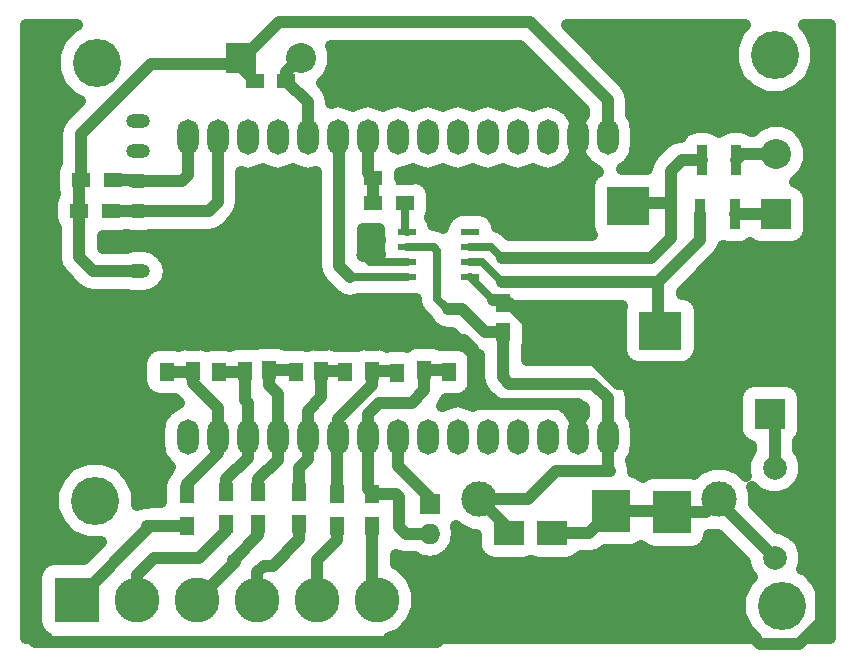
<source format=gbr>
G04 #@! TF.FileFunction,Copper,L2,Bot,Signal*
%FSLAX46Y46*%
G04 Gerber Fmt 4.6, Leading zero omitted, Abs format (unit mm)*
G04 Created by KiCad (PCBNEW 4.0.6) date Wednesday, 03 November 2021 'AMt' 08:45:07*
%MOMM*%
%LPD*%
G01*
G04 APERTURE LIST*
%ADD10C,0.100000*%
%ADD11R,1.250000X1.500000*%
%ADD12R,2.500000X2.000000*%
%ADD13R,3.600000X3.200000*%
%ADD14R,3.200000X3.600000*%
%ADD15R,2.540000X2.540000*%
%ADD16C,2.540000*%
%ADD17C,3.810000*%
%ADD18R,3.810000X3.810000*%
%ADD19R,1.300000X1.500000*%
%ADD20R,1.500000X1.300000*%
%ADD21R,0.900000X2.500000*%
%ADD22C,1.998980*%
%ADD23O,1.800000X3.000000*%
%ADD24O,2.000000X1.200000*%
%ADD25C,3.000000*%
%ADD26R,1.550000X0.600000*%
%ADD27C,4.064000*%
%ADD28R,1.727200X1.727200*%
%ADD29O,1.727200X1.727200*%
%ADD30C,1.200000*%
%ADD31C,1.000000*%
%ADD32C,0.700000*%
G04 APERTURE END LIST*
D10*
D11*
X15521000Y26469500D03*
X15521000Y23969500D03*
X19931000Y26519500D03*
X19931000Y24019500D03*
X22001000Y26579500D03*
X22001000Y24079500D03*
X26411000Y26469500D03*
X26411000Y23969500D03*
X30661000Y26469500D03*
X30661000Y23969500D03*
X35131000Y26579500D03*
X35131000Y24079500D03*
X41783000Y29761500D03*
X41783000Y27261500D03*
D12*
X45971000Y10299500D03*
X45971000Y6299500D03*
X42281000Y10299500D03*
X42281000Y6299500D03*
D13*
X52371000Y37959500D03*
X44171000Y37959500D03*
X55111000Y27419500D03*
X46911000Y27419500D03*
D14*
X56131000Y12019500D03*
X56131000Y3819500D03*
X50921000Y12149500D03*
X50921000Y3949500D03*
D15*
X19561000Y50479500D03*
D16*
X24641000Y50479500D03*
X29721000Y50479500D03*
D17*
X10791000Y4639500D03*
X15871000Y4639500D03*
D18*
X5711000Y4639500D03*
D17*
X20951000Y4639500D03*
X26031000Y4639500D03*
X31111000Y4639500D03*
D15*
X64391000Y20379500D03*
D16*
X64391000Y25459500D03*
D15*
X64901000Y37269500D03*
D16*
X64901000Y42349500D03*
D19*
X13341000Y26619500D03*
X13341000Y23919500D03*
X17701000Y26619500D03*
X17701000Y23919500D03*
X24231000Y26619500D03*
X24231000Y23919500D03*
X28431000Y26569500D03*
X28431000Y23869500D03*
X32841000Y26509500D03*
X32841000Y23809500D03*
X37201000Y26619500D03*
X37201000Y23919500D03*
X15021000Y13609500D03*
X15021000Y10909500D03*
X18371000Y13719500D03*
X18371000Y11019500D03*
X21081000Y13729500D03*
X21081000Y11029500D03*
X24511000Y13729500D03*
X24511000Y11029500D03*
D20*
X20751000Y48579500D03*
X23451000Y48579500D03*
D19*
X27691000Y13609500D03*
X27691000Y10909500D03*
X30731000Y13609500D03*
X30731000Y10909500D03*
D20*
X30771000Y38179500D03*
X33471000Y38179500D03*
X33481000Y40319500D03*
X30781000Y40319500D03*
D21*
X61391000Y37269500D03*
X58491000Y37269500D03*
X61521000Y41849500D03*
X58621000Y41849500D03*
D22*
X64771000Y8189500D03*
X64771000Y15809500D03*
D23*
X15081000Y43764500D03*
X15081000Y18364500D03*
X17621000Y43764500D03*
X17621000Y18364500D03*
X20161000Y43764500D03*
X20161000Y18364500D03*
X22701000Y43764500D03*
X22701000Y18364500D03*
X25241000Y43764500D03*
X25241000Y18364500D03*
X27781000Y43764500D03*
X27781000Y18364500D03*
X30321000Y43764500D03*
X30321000Y18364500D03*
X32861000Y43764500D03*
X32861000Y18364500D03*
X35401000Y43764500D03*
X35401000Y18364500D03*
X37941000Y43764500D03*
X37941000Y18364500D03*
X40481000Y43764500D03*
X40481000Y18364500D03*
X43021000Y43764500D03*
X43021000Y18364500D03*
X45561000Y43764500D03*
X45561000Y18364500D03*
X48101000Y43764500D03*
X48101000Y18364500D03*
X50641000Y43764500D03*
X50641000Y18364500D03*
D24*
X10921000Y32449500D03*
X10921000Y34989500D03*
X10921000Y37529500D03*
X10921000Y40069500D03*
X10921000Y42609500D03*
X10921000Y45149500D03*
D25*
X39751000Y2979500D03*
X60071000Y13139500D03*
X39751000Y13139500D03*
X59911000Y3059500D03*
D26*
X33621000Y31944500D03*
X33621000Y33214500D03*
X33621000Y34484500D03*
X33621000Y35754500D03*
X39021000Y35754500D03*
X39021000Y34484500D03*
X39021000Y33214500D03*
X39021000Y31944500D03*
D27*
X7371000Y50099500D03*
X64771000Y50739500D03*
X65401000Y4129500D03*
X7241000Y13019500D03*
D28*
X35561000Y12759500D03*
D29*
X35561000Y10219500D03*
D20*
X5901000Y37569500D03*
X8601000Y37569500D03*
X6021000Y40139500D03*
X8721000Y40139500D03*
D30*
X46609000Y48069500D03*
X52451000Y48069500D03*
X29941000Y33829500D03*
X29941000Y29019500D03*
D31*
X39751000Y2979500D02*
X38095000Y2979500D01*
X1651000Y18859500D02*
X9411000Y26619500D01*
X1651000Y1587500D02*
X1651000Y18859500D01*
X2159000Y1079500D02*
X1651000Y1587500D01*
X36195000Y1079500D02*
X2159000Y1079500D01*
X38095000Y2979500D02*
X36195000Y1079500D01*
X55507000Y47823500D02*
X52697000Y47823500D01*
X52451000Y48069500D02*
X52697000Y47823500D01*
X29721000Y50479500D02*
X44199000Y50479500D01*
X44199000Y50479500D02*
X46609000Y48069500D01*
X48101000Y46577500D02*
X48101000Y43764500D01*
X46609000Y48069500D02*
X48101000Y46577500D01*
X46911000Y27419500D02*
X47028324Y27419500D01*
X47028324Y27419500D02*
X51524324Y22923500D01*
X64391000Y25459500D02*
X61331000Y25459500D01*
X61083000Y25459500D02*
X61331000Y25459500D01*
X58547000Y22923500D02*
X61083000Y25459500D01*
X51524324Y22923500D02*
X58547000Y22923500D01*
X41783000Y29761500D02*
X42311000Y29761500D01*
X42311000Y29761500D02*
X44653000Y27419500D01*
X44653000Y27419500D02*
X46911000Y27419500D01*
X40975500Y29990000D02*
X41554500Y29990000D01*
X41554500Y29990000D02*
X41783000Y29761500D01*
X37201000Y26619500D02*
X38441000Y26619500D01*
X48101000Y21159500D02*
X48101000Y18364500D01*
X48051000Y21209500D02*
X48101000Y21159500D01*
X39431000Y21209500D02*
X48051000Y21209500D01*
X39201000Y21439500D02*
X39431000Y21209500D01*
X39201000Y25859500D02*
X39201000Y21439500D01*
X38441000Y26619500D02*
X39201000Y25859500D01*
D32*
X41101000Y29864500D02*
X40975500Y29990000D01*
X40975500Y29990000D02*
X39021000Y31944500D01*
D31*
X59911000Y3059500D02*
X61381000Y3059500D01*
X61381000Y3059500D02*
X63581000Y859500D01*
X66861000Y25459500D02*
X64391000Y25459500D01*
X68671000Y23649500D02*
X66861000Y25459500D01*
X68671000Y2709500D02*
X68671000Y23649500D01*
X66821000Y859500D02*
X68671000Y2709500D01*
X63581000Y859500D02*
X66821000Y859500D01*
X64391000Y25459500D02*
X64391000Y26309500D01*
X64391000Y26309500D02*
X69111000Y31029500D01*
X56881000Y46449500D02*
X55507000Y47823500D01*
X55507000Y47823500D02*
X55481000Y47849500D01*
X68271000Y46449500D02*
X56881000Y46449500D01*
X69111000Y45609500D02*
X68271000Y46449500D01*
X69111000Y31029500D02*
X69111000Y45609500D01*
X13341000Y26619500D02*
X9411000Y26619500D01*
X42281000Y6299500D02*
X42281000Y5509500D01*
X42281000Y5509500D02*
X39751000Y2979500D01*
X45971000Y6299500D02*
X42281000Y6299500D01*
X50921000Y3949500D02*
X48321000Y3949500D01*
X48321000Y3949500D02*
X45971000Y6299500D01*
X56131000Y3819500D02*
X51051000Y3819500D01*
X51051000Y3819500D02*
X50921000Y3949500D01*
X59911000Y3059500D02*
X56891000Y3059500D01*
X56891000Y3059500D02*
X56131000Y3819500D01*
X30611000Y26519500D02*
X30611000Y28349500D01*
D32*
X30556000Y33214500D02*
X29941000Y33829500D01*
D31*
X29941000Y29019500D02*
X30611000Y28349500D01*
D32*
X30556000Y33214500D02*
X33621000Y33214500D01*
D31*
X30611000Y26519500D02*
X30661000Y26469500D01*
X13291000Y26669500D02*
X13291000Y28739500D01*
X13291000Y28739500D02*
X14291000Y29739500D01*
X14291000Y29739500D02*
X14291000Y34059500D01*
X14291000Y34059500D02*
X13361000Y34989500D01*
X13361000Y34989500D02*
X10921000Y34989500D01*
X13291000Y26669500D02*
X13341000Y26619500D01*
X15521000Y26469500D02*
X13491000Y26469500D01*
X13491000Y26469500D02*
X13341000Y26619500D01*
X17701000Y26619500D02*
X15671000Y26619500D01*
X15671000Y26619500D02*
X15521000Y26469500D01*
X19931000Y26519500D02*
X17801000Y26519500D01*
X17801000Y26519500D02*
X17701000Y26619500D01*
X22001000Y26579500D02*
X19991000Y26579500D01*
X19991000Y26579500D02*
X19931000Y26519500D01*
X24231000Y26619500D02*
X22041000Y26619500D01*
X22041000Y26619500D02*
X22001000Y26579500D01*
X26411000Y26469500D02*
X24381000Y26469500D01*
X24381000Y26469500D02*
X24231000Y26619500D01*
X28431000Y26569500D02*
X26511000Y26569500D01*
X26511000Y26569500D02*
X26411000Y26469500D01*
X30661000Y26469500D02*
X28531000Y26469500D01*
X28531000Y26469500D02*
X28431000Y26569500D01*
X32841000Y26509500D02*
X30701000Y26509500D01*
X30701000Y26509500D02*
X30661000Y26469500D01*
X35131000Y26579500D02*
X32911000Y26579500D01*
X32911000Y26579500D02*
X32841000Y26509500D01*
X37201000Y26619500D02*
X35171000Y26619500D01*
X35171000Y26619500D02*
X35131000Y26579500D01*
X44171000Y37959500D02*
X45141000Y37959500D01*
X45141000Y37959500D02*
X48101000Y40919500D01*
X48101000Y40919500D02*
X48101000Y43764500D01*
X33481000Y40319500D02*
X41811000Y40319500D01*
X41811000Y40319500D02*
X44171000Y37959500D01*
X15021000Y13609500D02*
X15021000Y14429500D01*
X15021000Y14429500D02*
X17621000Y17029500D01*
X17621000Y17029500D02*
X17621000Y18364500D01*
X15521000Y23969500D02*
X15521000Y22939500D01*
X17621000Y20839500D02*
X17621000Y18364500D01*
X15521000Y22939500D02*
X17621000Y20839500D01*
X13341000Y23919500D02*
X15471000Y23919500D01*
X15471000Y23919500D02*
X15521000Y23969500D01*
X18371000Y13719500D02*
X18371000Y14819500D01*
X20161000Y16609500D02*
X20161000Y18364500D01*
X18371000Y14819500D02*
X20161000Y16609500D01*
X20161000Y18364500D02*
X20161000Y21309500D01*
X19931000Y21539500D02*
X19931000Y24019500D01*
X20161000Y21309500D02*
X19931000Y21539500D01*
X17701000Y23919500D02*
X19831000Y23919500D01*
X19831000Y23919500D02*
X19931000Y24019500D01*
X21081000Y13729500D02*
X21081000Y14849500D01*
X22701000Y16469500D02*
X22701000Y18364500D01*
X21081000Y14849500D02*
X22701000Y16469500D01*
X22701000Y18364500D02*
X22701000Y22019500D01*
X22001000Y22819500D02*
X22751000Y22069500D01*
X22001000Y22819500D02*
X22001000Y24079500D01*
X22701000Y22019500D02*
X22751000Y22069500D01*
X22001000Y24079500D02*
X24071000Y24079500D01*
X24071000Y24079500D02*
X24231000Y23919500D01*
X24511000Y13729500D02*
X24511000Y15819500D01*
X25241000Y16549500D02*
X25241000Y18364500D01*
X24511000Y15819500D02*
X25241000Y16549500D01*
X25241000Y18364500D02*
X25241000Y20629500D01*
X26411000Y21799500D02*
X26411000Y23969500D01*
X25241000Y20629500D02*
X26411000Y21799500D01*
X26411000Y23969500D02*
X26411000Y22919500D01*
X26411000Y23969500D02*
X28331000Y23969500D01*
X28331000Y23969500D02*
X28431000Y23869500D01*
X27691000Y13609500D02*
X27691000Y18274500D01*
X27691000Y18274500D02*
X27781000Y18364500D01*
X27781000Y18364500D02*
X27781000Y19920824D01*
X30661000Y22800824D02*
X30661000Y23969500D01*
X27781000Y19920824D02*
X30661000Y22800824D01*
X30661000Y23969500D02*
X30661000Y23089500D01*
X27781000Y19369500D02*
X27781000Y18364500D01*
X30661000Y23969500D02*
X32681000Y23969500D01*
X32681000Y23969500D02*
X32841000Y23809500D01*
X41783000Y27261500D02*
X41783000Y23471502D01*
X50641000Y20329500D02*
X50641000Y18364500D01*
X50641000Y21685500D02*
X50641000Y20329500D01*
X49403000Y22923500D02*
X50641000Y21685500D01*
X42331002Y22923500D02*
X49403000Y22923500D01*
X41783000Y23471502D02*
X42331002Y22923500D01*
X37149000Y29211500D02*
X38289000Y29211500D01*
X40239000Y27261500D02*
X41783000Y27261500D01*
X38289000Y29211500D02*
X40239000Y27261500D01*
D32*
X36231000Y34159500D02*
X36231000Y30129500D01*
X33621000Y34484500D02*
X35906000Y34484500D01*
X36231000Y34159500D02*
X35906000Y34484500D01*
X36231000Y30129500D02*
X37149000Y29211500D01*
X37149000Y29211500D02*
X37151000Y29209500D01*
D31*
X39751000Y13139500D02*
X43901000Y13139500D01*
X43901000Y13139500D02*
X46311000Y15549500D01*
X46311000Y15549500D02*
X50831000Y15549500D01*
X50831000Y15549500D02*
X50641000Y15739500D01*
X50641000Y15739500D02*
X50641000Y18364500D01*
X42281000Y10299500D02*
X42281000Y10609500D01*
X42281000Y10609500D02*
X39751000Y13139500D01*
X60071000Y13139500D02*
X60071000Y12889500D01*
X60071000Y12889500D02*
X64771000Y8189500D01*
X56131000Y12019500D02*
X58951000Y12019500D01*
X58951000Y12019500D02*
X60071000Y13139500D01*
X50921000Y12149500D02*
X56001000Y12149500D01*
X56001000Y12149500D02*
X56131000Y12019500D01*
X45971000Y10299500D02*
X49071000Y10299500D01*
X49071000Y10299500D02*
X50921000Y12149500D01*
X55981000Y38239500D02*
X52651000Y38239500D01*
X52651000Y38239500D02*
X52371000Y37959500D01*
X42511000Y33549500D02*
X54311000Y33549500D01*
X56911000Y41849500D02*
X58621000Y41849500D01*
X55981000Y40919500D02*
X56911000Y41849500D01*
X55981000Y35219500D02*
X55981000Y38239500D01*
X55981000Y38239500D02*
X55981000Y40919500D01*
X54311000Y33549500D02*
X55981000Y35219500D01*
D32*
X39021000Y34484500D02*
X40736000Y34484500D01*
D31*
X41671000Y33549500D02*
X42511000Y33549500D01*
X42511000Y33549500D02*
X42791000Y33549500D01*
D32*
X40736000Y34484500D02*
X41671000Y33549500D01*
D31*
X54911000Y31529500D02*
X54911000Y27619500D01*
X54911000Y27619500D02*
X55111000Y27419500D01*
X42631000Y31529500D02*
X52911000Y31529500D01*
X52911000Y31529500D02*
X54911000Y31529500D01*
X58491000Y35109500D02*
X58491000Y37269500D01*
X54911000Y31529500D02*
X58491000Y35109500D01*
D32*
X39021000Y33214500D02*
X40046000Y33214500D01*
D31*
X41731000Y31529500D02*
X42631000Y31529500D01*
X42631000Y31529500D02*
X42681000Y31529500D01*
D32*
X40046000Y33214500D02*
X41731000Y31529500D01*
D31*
X35561000Y12759500D02*
X35561000Y13229500D01*
X35561000Y13229500D02*
X32861000Y15929500D01*
X32861000Y15929500D02*
X32861000Y18364500D01*
X19561000Y50479500D02*
X19741000Y50479500D01*
X19741000Y50479500D02*
X22801000Y53539500D01*
X50641000Y46939500D02*
X50641000Y43764500D01*
X44041000Y53539500D02*
X50641000Y46939500D01*
X22801000Y53539500D02*
X44041000Y53539500D01*
X19561000Y50479500D02*
X19561000Y49769500D01*
X19561000Y49769500D02*
X20751000Y48579500D01*
X6021000Y40139500D02*
X6021000Y44049500D01*
X11941000Y49969500D02*
X19051000Y49969500D01*
X6021000Y44049500D02*
X11941000Y49969500D01*
X19051000Y49969500D02*
X19561000Y50479500D01*
X5901000Y37569500D02*
X5901000Y40019500D01*
X5901000Y40019500D02*
X6021000Y40139500D01*
X10921000Y32449500D02*
X7061000Y32449500D01*
X5901000Y33609500D02*
X5901000Y37569500D01*
X7061000Y32449500D02*
X5901000Y33609500D01*
X23451000Y48579500D02*
X23451000Y49289500D01*
X23451000Y49289500D02*
X24641000Y50479500D01*
X25241000Y43764500D02*
X25241000Y46789500D01*
X25241000Y46789500D02*
X23451000Y48579500D01*
X18371000Y11019500D02*
X18371000Y10459500D01*
X18371000Y10459500D02*
X16031000Y8119500D01*
X16031000Y8119500D02*
X12221000Y8119500D01*
X12221000Y8119500D02*
X10791000Y6689500D01*
X10791000Y6689500D02*
X10791000Y4639500D01*
X19071000Y8089500D02*
X19071000Y7839500D01*
X19071000Y7839500D02*
X15871000Y4639500D01*
X21081000Y11029500D02*
X21081000Y10099500D01*
X21081000Y10099500D02*
X19071000Y8089500D01*
X19071000Y8089500D02*
X18931000Y7949500D01*
X15021000Y10909500D02*
X11981000Y10909500D01*
X11671000Y10599500D02*
X5711000Y4639500D01*
X11671000Y10849500D02*
X11671000Y10599500D01*
X11921000Y10849500D02*
X11671000Y10849500D01*
X11981000Y10909500D02*
X11921000Y10849500D01*
X24511000Y11029500D02*
X24511000Y9729500D01*
X20951000Y6949500D02*
X20951000Y4639500D01*
X21511000Y7509500D02*
X20951000Y6949500D01*
X22291000Y7509500D02*
X21511000Y7509500D01*
X24511000Y9729500D02*
X22291000Y7509500D01*
X27691000Y10909500D02*
X27691000Y9669500D01*
X26031000Y8009500D02*
X26031000Y4639500D01*
X27691000Y9669500D02*
X26031000Y8009500D01*
X30731000Y10909500D02*
X30731000Y5019500D01*
X30731000Y5019500D02*
X31111000Y4639500D01*
X64771000Y15809500D02*
X64771000Y19999500D01*
X64771000Y19999500D02*
X64391000Y20379500D01*
X61391000Y37269500D02*
X64901000Y37269500D01*
X64901000Y42349500D02*
X62021000Y42349500D01*
X62021000Y42349500D02*
X61521000Y41849500D01*
X35561000Y10219500D02*
X33611000Y10219500D01*
X32721000Y13609500D02*
X30731000Y13609500D01*
X33011000Y13319500D02*
X32721000Y13609500D01*
X33011000Y10819500D02*
X33011000Y13319500D01*
X33611000Y10219500D02*
X33011000Y10819500D01*
X30321000Y18364500D02*
X30321000Y14019500D01*
X30321000Y14019500D02*
X30731000Y13609500D01*
X30321000Y18364500D02*
X30321000Y20339500D01*
X35131000Y22369500D02*
X35131000Y24079500D01*
X34071000Y21309500D02*
X35131000Y22369500D01*
X31291000Y21309500D02*
X34071000Y21309500D01*
X30321000Y20339500D02*
X31291000Y21309500D01*
X35131000Y24079500D02*
X37041000Y24079500D01*
X37041000Y24079500D02*
X37201000Y23919500D01*
X30781000Y40319500D02*
X30781000Y38189500D01*
D32*
X30781000Y38189500D02*
X30771000Y38179500D01*
D31*
X30321000Y43764500D02*
X30321000Y40779500D01*
D32*
X30321000Y40779500D02*
X30781000Y40319500D01*
X33471000Y38179500D02*
X33471000Y35904500D01*
X33471000Y35904500D02*
X33621000Y35754500D01*
D31*
X10921000Y40069500D02*
X14581000Y40069500D01*
X15081000Y40569500D02*
X15081000Y43764500D01*
X14581000Y40069500D02*
X15081000Y40569500D01*
X8721000Y40139500D02*
X10851000Y40139500D01*
X10851000Y40139500D02*
X10921000Y40069500D01*
X10921000Y37529500D02*
X16881000Y37529500D01*
X17621000Y38269500D02*
X17621000Y43764500D01*
X16881000Y37529500D02*
X17621000Y38269500D01*
X8601000Y37569500D02*
X10881000Y37569500D01*
X10881000Y37569500D02*
X10921000Y37529500D01*
D32*
X33621000Y31944500D02*
X28856000Y31944500D01*
D31*
X27931000Y32869500D02*
X27931000Y43614500D01*
X28856000Y31944500D02*
X27931000Y32869500D01*
D32*
X27931000Y43614500D02*
X27781000Y43764500D01*
D31*
G36*
X38049418Y10597707D02*
X39151645Y10140022D01*
X39501614Y10139717D01*
X39501614Y9299500D01*
X39606207Y8743633D01*
X39934724Y8233104D01*
X40435983Y7890608D01*
X41031000Y7770114D01*
X43531000Y7770114D01*
X44086867Y7874707D01*
X44118996Y7895382D01*
X44125983Y7890608D01*
X44721000Y7770114D01*
X47221000Y7770114D01*
X47776867Y7874707D01*
X48287396Y8203224D01*
X48353179Y8299500D01*
X49070995Y8299500D01*
X49071000Y8299499D01*
X49836367Y8451741D01*
X50387677Y8820114D01*
X52521000Y8820114D01*
X53076867Y8924707D01*
X53433869Y9154432D01*
X53434724Y9153104D01*
X53935983Y8810608D01*
X54531000Y8690114D01*
X57731000Y8690114D01*
X58286867Y8794707D01*
X58797396Y9123224D01*
X59139892Y9624483D01*
X59231170Y10075229D01*
X59556534Y10139948D01*
X59992505Y10139568D01*
X62271222Y7860851D01*
X62271077Y7694502D01*
X62650800Y6775502D01*
X62851178Y6574774D01*
X62408462Y6132830D01*
X61869614Y4835140D01*
X61868388Y3430024D01*
X62404970Y2131396D01*
X63175520Y1359500D01*
X32089276Y1359500D01*
X33037258Y1751198D01*
X33995935Y2708204D01*
X34515408Y3959232D01*
X34516590Y5313825D01*
X33999302Y6565758D01*
X33042296Y7524435D01*
X32731000Y7653697D01*
X32731000Y8448336D01*
X32845633Y8371741D01*
X33611000Y8219499D01*
X33611005Y8219500D01*
X34312288Y8219500D01*
X34656489Y7989512D01*
X35561000Y7809594D01*
X36465511Y7989512D01*
X37232318Y8501876D01*
X37744682Y9268683D01*
X37924600Y10173194D01*
X37924600Y10265806D01*
X37811092Y10836449D01*
X38049418Y10597707D01*
X38049418Y10597707D01*
G37*
X38049418Y10597707D02*
X39151645Y10140022D01*
X39501614Y10139717D01*
X39501614Y9299500D01*
X39606207Y8743633D01*
X39934724Y8233104D01*
X40435983Y7890608D01*
X41031000Y7770114D01*
X43531000Y7770114D01*
X44086867Y7874707D01*
X44118996Y7895382D01*
X44125983Y7890608D01*
X44721000Y7770114D01*
X47221000Y7770114D01*
X47776867Y7874707D01*
X48287396Y8203224D01*
X48353179Y8299500D01*
X49070995Y8299500D01*
X49071000Y8299499D01*
X49836367Y8451741D01*
X50387677Y8820114D01*
X52521000Y8820114D01*
X53076867Y8924707D01*
X53433869Y9154432D01*
X53434724Y9153104D01*
X53935983Y8810608D01*
X54531000Y8690114D01*
X57731000Y8690114D01*
X58286867Y8794707D01*
X58797396Y9123224D01*
X59139892Y9624483D01*
X59231170Y10075229D01*
X59556534Y10139948D01*
X59992505Y10139568D01*
X62271222Y7860851D01*
X62271077Y7694502D01*
X62650800Y6775502D01*
X62851178Y6574774D01*
X62408462Y6132830D01*
X61869614Y4835140D01*
X61868388Y3430024D01*
X62404970Y2131396D01*
X63175520Y1359500D01*
X32089276Y1359500D01*
X33037258Y1751198D01*
X33995935Y2708204D01*
X34515408Y3959232D01*
X34516590Y5313825D01*
X33999302Y6565758D01*
X33042296Y7524435D01*
X32731000Y7653697D01*
X32731000Y8448336D01*
X32845633Y8371741D01*
X33611000Y8219499D01*
X33611005Y8219500D01*
X34312288Y8219500D01*
X34656489Y7989512D01*
X35561000Y7809594D01*
X36465511Y7989512D01*
X37232318Y8501876D01*
X37744682Y9268683D01*
X37924600Y10173194D01*
X37924600Y10265806D01*
X37811092Y10836449D01*
X38049418Y10597707D01*
G36*
X61778462Y52742830D02*
X61239614Y51445140D01*
X61238388Y50040024D01*
X61774970Y48741396D01*
X62767670Y47746962D01*
X64065360Y47208114D01*
X65470476Y47206888D01*
X66769104Y47743470D01*
X67763538Y48736170D01*
X68302386Y50033860D01*
X68303612Y51438976D01*
X67767030Y52737604D01*
X67256027Y53249500D01*
X69441000Y53249500D01*
X69441000Y1359500D01*
X67625529Y1359500D01*
X68393538Y2126170D01*
X68932386Y3423860D01*
X68933612Y4828976D01*
X68397030Y6127604D01*
X67404330Y7122038D01*
X67088598Y7253141D01*
X67270055Y7690139D01*
X67270923Y8684498D01*
X66891200Y9603498D01*
X66188696Y10307229D01*
X65270361Y10688555D01*
X65100224Y10688704D01*
X63070633Y12718294D01*
X63071519Y13733619D01*
X62902016Y14143847D01*
X63353304Y13691771D01*
X64271639Y13310445D01*
X65265998Y13309577D01*
X66184998Y13689300D01*
X66888729Y14391804D01*
X67270055Y15310139D01*
X67270923Y16304498D01*
X66891200Y17223498D01*
X66771000Y17343908D01*
X66771000Y18077041D01*
X67069892Y18514483D01*
X67190386Y19109500D01*
X67190386Y21649500D01*
X67085793Y22205367D01*
X66757276Y22715896D01*
X66256017Y23058392D01*
X65661000Y23178886D01*
X63121000Y23178886D01*
X62565133Y23074293D01*
X62054604Y22745776D01*
X61712108Y22244517D01*
X61591614Y21649500D01*
X61591614Y19109500D01*
X61696207Y18553633D01*
X62024724Y18043104D01*
X62525983Y17700608D01*
X62771000Y17650991D01*
X62771000Y17344720D01*
X62653271Y17227196D01*
X62271945Y16308861D01*
X62271077Y15314502D01*
X62364542Y15088299D01*
X61772582Y15681293D01*
X60670355Y16138978D01*
X59476881Y16140019D01*
X58373857Y15684259D01*
X57986141Y15297219D01*
X57731000Y15348886D01*
X54531000Y15348886D01*
X53975133Y15244293D01*
X53618131Y15014568D01*
X53617276Y15015896D01*
X53116017Y15358392D01*
X52805495Y15421274D01*
X52831001Y15549500D01*
X52686240Y16277259D01*
X52678759Y16314867D01*
X52641000Y16371377D01*
X52641000Y16462058D01*
X52858311Y16787287D01*
X53041000Y17705727D01*
X53041000Y19023273D01*
X52858311Y19941713D01*
X52641000Y20266942D01*
X52641000Y21685500D01*
X52488759Y22450867D01*
X52055214Y23099714D01*
X52055211Y23099716D01*
X50817214Y24337714D01*
X50168367Y24771259D01*
X49403000Y24923501D01*
X49402995Y24923500D01*
X43783000Y24923500D01*
X43783000Y25866880D01*
X43816892Y25916483D01*
X43937386Y26511500D01*
X43937386Y28011500D01*
X43832793Y28567367D01*
X43504276Y29077896D01*
X43003017Y29420392D01*
X42464226Y29529500D01*
X51884892Y29529500D01*
X51781614Y29019500D01*
X51781614Y25819500D01*
X51886207Y25263633D01*
X52214724Y24753104D01*
X52715983Y24410608D01*
X53311000Y24290114D01*
X56911000Y24290114D01*
X57466867Y24394707D01*
X57977396Y24723224D01*
X58319892Y25224483D01*
X58440386Y25819500D01*
X58440386Y29019500D01*
X58335793Y29575367D01*
X58007276Y30085896D01*
X57506017Y30428392D01*
X56911000Y30548886D01*
X56911000Y30701072D01*
X59905211Y33695284D01*
X59905214Y33695286D01*
X60338759Y34344133D01*
X60388601Y34594707D01*
X60389992Y34601696D01*
X60941000Y34490114D01*
X61841000Y34490114D01*
X62396867Y34594707D01*
X62722919Y34804516D01*
X63035983Y34590608D01*
X63631000Y34470114D01*
X66171000Y34470114D01*
X66726867Y34574707D01*
X67237396Y34903224D01*
X67579892Y35404483D01*
X67700386Y35999500D01*
X67700386Y38539500D01*
X67595793Y39095367D01*
X67267276Y39605896D01*
X66766017Y39948392D01*
X66475439Y40007236D01*
X67247923Y40778372D01*
X67670519Y41796096D01*
X67671480Y42898070D01*
X67250661Y43916529D01*
X66472128Y44696423D01*
X65454404Y45119019D01*
X64352430Y45119980D01*
X63333971Y44699161D01*
X62983699Y44349500D01*
X62798563Y44349500D01*
X62566017Y44508392D01*
X61971000Y44628886D01*
X61071000Y44628886D01*
X60515133Y44524293D01*
X60065858Y44235192D01*
X59666017Y44508392D01*
X59071000Y44628886D01*
X58171000Y44628886D01*
X57615133Y44524293D01*
X57104604Y44195776D01*
X56861241Y43839603D01*
X56272616Y43722518D01*
X56145633Y43697259D01*
X55496786Y43263714D01*
X55496784Y43263711D01*
X54566786Y42333714D01*
X54133241Y41684867D01*
X54014692Y41088886D01*
X51859464Y41088886D01*
X52338056Y41408671D01*
X52858311Y42187287D01*
X53041000Y43105727D01*
X53041000Y44423273D01*
X52858311Y45341713D01*
X52641000Y45666942D01*
X52641000Y46939495D01*
X52641001Y46939500D01*
X52488759Y47704866D01*
X52488759Y47704867D01*
X52055214Y48353714D01*
X52055211Y48353716D01*
X47159428Y53249500D01*
X62286017Y53249500D01*
X61778462Y52742830D01*
X61778462Y52742830D01*
G37*
X61778462Y52742830D02*
X61239614Y51445140D01*
X61238388Y50040024D01*
X61774970Y48741396D01*
X62767670Y47746962D01*
X64065360Y47208114D01*
X65470476Y47206888D01*
X66769104Y47743470D01*
X67763538Y48736170D01*
X68302386Y50033860D01*
X68303612Y51438976D01*
X67767030Y52737604D01*
X67256027Y53249500D01*
X69441000Y53249500D01*
X69441000Y1359500D01*
X67625529Y1359500D01*
X68393538Y2126170D01*
X68932386Y3423860D01*
X68933612Y4828976D01*
X68397030Y6127604D01*
X67404330Y7122038D01*
X67088598Y7253141D01*
X67270055Y7690139D01*
X67270923Y8684498D01*
X66891200Y9603498D01*
X66188696Y10307229D01*
X65270361Y10688555D01*
X65100224Y10688704D01*
X63070633Y12718294D01*
X63071519Y13733619D01*
X62902016Y14143847D01*
X63353304Y13691771D01*
X64271639Y13310445D01*
X65265998Y13309577D01*
X66184998Y13689300D01*
X66888729Y14391804D01*
X67270055Y15310139D01*
X67270923Y16304498D01*
X66891200Y17223498D01*
X66771000Y17343908D01*
X66771000Y18077041D01*
X67069892Y18514483D01*
X67190386Y19109500D01*
X67190386Y21649500D01*
X67085793Y22205367D01*
X66757276Y22715896D01*
X66256017Y23058392D01*
X65661000Y23178886D01*
X63121000Y23178886D01*
X62565133Y23074293D01*
X62054604Y22745776D01*
X61712108Y22244517D01*
X61591614Y21649500D01*
X61591614Y19109500D01*
X61696207Y18553633D01*
X62024724Y18043104D01*
X62525983Y17700608D01*
X62771000Y17650991D01*
X62771000Y17344720D01*
X62653271Y17227196D01*
X62271945Y16308861D01*
X62271077Y15314502D01*
X62364542Y15088299D01*
X61772582Y15681293D01*
X60670355Y16138978D01*
X59476881Y16140019D01*
X58373857Y15684259D01*
X57986141Y15297219D01*
X57731000Y15348886D01*
X54531000Y15348886D01*
X53975133Y15244293D01*
X53618131Y15014568D01*
X53617276Y15015896D01*
X53116017Y15358392D01*
X52805495Y15421274D01*
X52831001Y15549500D01*
X52686240Y16277259D01*
X52678759Y16314867D01*
X52641000Y16371377D01*
X52641000Y16462058D01*
X52858311Y16787287D01*
X53041000Y17705727D01*
X53041000Y19023273D01*
X52858311Y19941713D01*
X52641000Y20266942D01*
X52641000Y21685500D01*
X52488759Y22450867D01*
X52055214Y23099714D01*
X52055211Y23099716D01*
X50817214Y24337714D01*
X50168367Y24771259D01*
X49403000Y24923501D01*
X49402995Y24923500D01*
X43783000Y24923500D01*
X43783000Y25866880D01*
X43816892Y25916483D01*
X43937386Y26511500D01*
X43937386Y28011500D01*
X43832793Y28567367D01*
X43504276Y29077896D01*
X43003017Y29420392D01*
X42464226Y29529500D01*
X51884892Y29529500D01*
X51781614Y29019500D01*
X51781614Y25819500D01*
X51886207Y25263633D01*
X52214724Y24753104D01*
X52715983Y24410608D01*
X53311000Y24290114D01*
X56911000Y24290114D01*
X57466867Y24394707D01*
X57977396Y24723224D01*
X58319892Y25224483D01*
X58440386Y25819500D01*
X58440386Y29019500D01*
X58335793Y29575367D01*
X58007276Y30085896D01*
X57506017Y30428392D01*
X56911000Y30548886D01*
X56911000Y30701072D01*
X59905211Y33695284D01*
X59905214Y33695286D01*
X60338759Y34344133D01*
X60388601Y34594707D01*
X60389992Y34601696D01*
X60941000Y34490114D01*
X61841000Y34490114D01*
X62396867Y34594707D01*
X62722919Y34804516D01*
X63035983Y34590608D01*
X63631000Y34470114D01*
X66171000Y34470114D01*
X66726867Y34574707D01*
X67237396Y34903224D01*
X67579892Y35404483D01*
X67700386Y35999500D01*
X67700386Y38539500D01*
X67595793Y39095367D01*
X67267276Y39605896D01*
X66766017Y39948392D01*
X66475439Y40007236D01*
X67247923Y40778372D01*
X67670519Y41796096D01*
X67671480Y42898070D01*
X67250661Y43916529D01*
X66472128Y44696423D01*
X65454404Y45119019D01*
X64352430Y45119980D01*
X63333971Y44699161D01*
X62983699Y44349500D01*
X62798563Y44349500D01*
X62566017Y44508392D01*
X61971000Y44628886D01*
X61071000Y44628886D01*
X60515133Y44524293D01*
X60065858Y44235192D01*
X59666017Y44508392D01*
X59071000Y44628886D01*
X58171000Y44628886D01*
X57615133Y44524293D01*
X57104604Y44195776D01*
X56861241Y43839603D01*
X56272616Y43722518D01*
X56145633Y43697259D01*
X55496786Y43263714D01*
X55496784Y43263711D01*
X54566786Y42333714D01*
X54133241Y41684867D01*
X54014692Y41088886D01*
X51859464Y41088886D01*
X52338056Y41408671D01*
X52858311Y42187287D01*
X53041000Y43105727D01*
X53041000Y44423273D01*
X52858311Y45341713D01*
X52641000Y45666942D01*
X52641000Y46939495D01*
X52641001Y46939500D01*
X52488759Y47704866D01*
X52488759Y47704867D01*
X52055214Y48353714D01*
X52055211Y48353716D01*
X47159428Y53249500D01*
X62286017Y53249500D01*
X61778462Y52742830D01*
G36*
X5372896Y53095530D02*
X4378462Y52102830D01*
X3839614Y50805140D01*
X3838388Y49400024D01*
X4374970Y48101396D01*
X5367670Y47106962D01*
X5991145Y46848073D01*
X4606786Y45463714D01*
X4173241Y44814867D01*
X4020999Y44049500D01*
X4021000Y44049495D01*
X4021000Y41617063D01*
X3862108Y41384517D01*
X3741614Y40789500D01*
X3741614Y39489500D01*
X3841303Y38959694D01*
X3742108Y38814517D01*
X3621614Y38219500D01*
X3621614Y36919500D01*
X3726207Y36363633D01*
X3901000Y36091997D01*
X3901000Y33609505D01*
X3900999Y33609500D01*
X4053241Y32844133D01*
X4486786Y32195286D01*
X5646784Y31035289D01*
X5646786Y31035286D01*
X6052596Y30764133D01*
X6295633Y30601741D01*
X7061000Y30449499D01*
X7061005Y30449500D01*
X9969288Y30449500D01*
X10472022Y30349500D01*
X11369978Y30349500D01*
X12173613Y30509353D01*
X12854902Y30964576D01*
X13310125Y31645865D01*
X13469978Y32449500D01*
X13310125Y33253135D01*
X12854902Y33934424D01*
X12173613Y34389647D01*
X11369978Y34549500D01*
X10472022Y34549500D01*
X9969288Y34449500D01*
X7901000Y34449500D01*
X7901000Y35390114D01*
X9351000Y35390114D01*
X9906867Y35494707D01*
X9962909Y35530769D01*
X10472022Y35429500D01*
X11369978Y35429500D01*
X11872712Y35529500D01*
X16880995Y35529500D01*
X16881000Y35529499D01*
X17646367Y35681741D01*
X18295214Y36115286D01*
X19035214Y36855286D01*
X19468759Y37504133D01*
X19621001Y38269500D01*
X19621000Y38269505D01*
X19621000Y40813140D01*
X20161000Y40705727D01*
X21079440Y40888416D01*
X21431000Y41123321D01*
X21782560Y40888416D01*
X22701000Y40705727D01*
X23619440Y40888416D01*
X23971000Y41123321D01*
X24322560Y40888416D01*
X25241000Y40705727D01*
X25931000Y40842976D01*
X25931000Y32869505D01*
X25930999Y32869500D01*
X26083241Y32104133D01*
X26516786Y31455286D01*
X27441787Y30530286D01*
X28090634Y30096741D01*
X28856000Y29944499D01*
X29610101Y30094500D01*
X33621000Y30094500D01*
X33724633Y30115114D01*
X34383861Y30115114D01*
X34521823Y29421535D01*
X34922852Y28821352D01*
X35307624Y28436580D01*
X35734786Y27797286D01*
X36383633Y27363741D01*
X37149000Y27211500D01*
X37460572Y27211500D01*
X38824784Y25847289D01*
X38824786Y25847286D01*
X39237169Y25571741D01*
X39473633Y25413741D01*
X39783000Y25352204D01*
X39783000Y23471507D01*
X39782999Y23471502D01*
X39935241Y22706135D01*
X40368786Y22057288D01*
X40916786Y21509289D01*
X40916788Y21509286D01*
X41284803Y21263387D01*
X40481000Y21423273D01*
X39562560Y21240584D01*
X39211000Y21005679D01*
X38859440Y21240584D01*
X37941000Y21423273D01*
X37022560Y21240584D01*
X36671000Y21005679D01*
X36607317Y21048230D01*
X36978759Y21604133D01*
X36985916Y21640114D01*
X37851000Y21640114D01*
X38406867Y21744707D01*
X38917396Y22073224D01*
X39259892Y22574483D01*
X39380386Y23169500D01*
X39380386Y24669500D01*
X39275793Y25225367D01*
X38947276Y25735896D01*
X38446017Y26078392D01*
X37851000Y26198886D01*
X36551000Y26198886D01*
X36439532Y26177912D01*
X36351017Y26238392D01*
X35756000Y26358886D01*
X34506000Y26358886D01*
X33950133Y26254293D01*
X33644711Y26057759D01*
X33491000Y26088886D01*
X32191000Y26088886D01*
X31993284Y26051683D01*
X31881017Y26128392D01*
X31286000Y26248886D01*
X30036000Y26248886D01*
X29480133Y26144293D01*
X29390021Y26086308D01*
X29081000Y26148886D01*
X27781000Y26148886D01*
X27639884Y26122333D01*
X27631017Y26128392D01*
X27036000Y26248886D01*
X25786000Y26248886D01*
X25230133Y26144293D01*
X25211092Y26132041D01*
X24881000Y26198886D01*
X23581000Y26198886D01*
X23344080Y26154307D01*
X23221017Y26238392D01*
X22626000Y26358886D01*
X21376000Y26358886D01*
X20820133Y26254293D01*
X20809618Y26247527D01*
X20556000Y26298886D01*
X19306000Y26298886D01*
X18750133Y26194293D01*
X18660021Y26136308D01*
X18351000Y26198886D01*
X17051000Y26198886D01*
X16709873Y26134699D01*
X16146000Y26248886D01*
X14896000Y26248886D01*
X14340133Y26144293D01*
X14321092Y26132041D01*
X13991000Y26198886D01*
X12691000Y26198886D01*
X12135133Y26094293D01*
X11624604Y25765776D01*
X11282108Y25264517D01*
X11161614Y24669500D01*
X11161614Y23169500D01*
X11266207Y22613633D01*
X11594724Y22103104D01*
X12095983Y21760608D01*
X12691000Y21640114D01*
X13991000Y21640114D01*
X14025698Y21646643D01*
X14106786Y21525286D01*
X14353507Y21278566D01*
X14162560Y21240584D01*
X13383944Y20720329D01*
X12863689Y19941713D01*
X12681000Y19023273D01*
X12681000Y17705727D01*
X12863689Y16787287D01*
X13383944Y16008671D01*
X13616412Y15853340D01*
X13606786Y15843714D01*
X13379986Y15504283D01*
X13304604Y15455776D01*
X12962108Y14954517D01*
X12841614Y14359500D01*
X12841614Y12909500D01*
X11981005Y12909500D01*
X11981000Y12909501D01*
X11679357Y12849500D01*
X11671000Y12849500D01*
X10905633Y12697259D01*
X10772643Y12608398D01*
X10773612Y13718976D01*
X10237030Y15017604D01*
X9244330Y16012038D01*
X7946640Y16550886D01*
X6541524Y16552112D01*
X5242896Y16015530D01*
X4248462Y15022830D01*
X3709614Y13725140D01*
X3708388Y12320024D01*
X4244970Y11021396D01*
X5237670Y10026962D01*
X6535360Y9488114D01*
X7730144Y9487072D01*
X6316958Y8073886D01*
X3806000Y8073886D01*
X3250133Y7969293D01*
X2739604Y7640776D01*
X2397108Y7139517D01*
X2276614Y6544500D01*
X2276614Y2734500D01*
X2381207Y2178633D01*
X2709724Y1668104D01*
X3161380Y1359500D01*
X1421000Y1359500D01*
X1421000Y53249500D01*
X5745532Y53249500D01*
X5372896Y53095530D01*
X5372896Y53095530D01*
G37*
X5372896Y53095530D02*
X4378462Y52102830D01*
X3839614Y50805140D01*
X3838388Y49400024D01*
X4374970Y48101396D01*
X5367670Y47106962D01*
X5991145Y46848073D01*
X4606786Y45463714D01*
X4173241Y44814867D01*
X4020999Y44049500D01*
X4021000Y44049495D01*
X4021000Y41617063D01*
X3862108Y41384517D01*
X3741614Y40789500D01*
X3741614Y39489500D01*
X3841303Y38959694D01*
X3742108Y38814517D01*
X3621614Y38219500D01*
X3621614Y36919500D01*
X3726207Y36363633D01*
X3901000Y36091997D01*
X3901000Y33609505D01*
X3900999Y33609500D01*
X4053241Y32844133D01*
X4486786Y32195286D01*
X5646784Y31035289D01*
X5646786Y31035286D01*
X6052596Y30764133D01*
X6295633Y30601741D01*
X7061000Y30449499D01*
X7061005Y30449500D01*
X9969288Y30449500D01*
X10472022Y30349500D01*
X11369978Y30349500D01*
X12173613Y30509353D01*
X12854902Y30964576D01*
X13310125Y31645865D01*
X13469978Y32449500D01*
X13310125Y33253135D01*
X12854902Y33934424D01*
X12173613Y34389647D01*
X11369978Y34549500D01*
X10472022Y34549500D01*
X9969288Y34449500D01*
X7901000Y34449500D01*
X7901000Y35390114D01*
X9351000Y35390114D01*
X9906867Y35494707D01*
X9962909Y35530769D01*
X10472022Y35429500D01*
X11369978Y35429500D01*
X11872712Y35529500D01*
X16880995Y35529500D01*
X16881000Y35529499D01*
X17646367Y35681741D01*
X18295214Y36115286D01*
X19035214Y36855286D01*
X19468759Y37504133D01*
X19621001Y38269500D01*
X19621000Y38269505D01*
X19621000Y40813140D01*
X20161000Y40705727D01*
X21079440Y40888416D01*
X21431000Y41123321D01*
X21782560Y40888416D01*
X22701000Y40705727D01*
X23619440Y40888416D01*
X23971000Y41123321D01*
X24322560Y40888416D01*
X25241000Y40705727D01*
X25931000Y40842976D01*
X25931000Y32869505D01*
X25930999Y32869500D01*
X26083241Y32104133D01*
X26516786Y31455286D01*
X27441787Y30530286D01*
X28090634Y30096741D01*
X28856000Y29944499D01*
X29610101Y30094500D01*
X33621000Y30094500D01*
X33724633Y30115114D01*
X34383861Y30115114D01*
X34521823Y29421535D01*
X34922852Y28821352D01*
X35307624Y28436580D01*
X35734786Y27797286D01*
X36383633Y27363741D01*
X37149000Y27211500D01*
X37460572Y27211500D01*
X38824784Y25847289D01*
X38824786Y25847286D01*
X39237169Y25571741D01*
X39473633Y25413741D01*
X39783000Y25352204D01*
X39783000Y23471507D01*
X39782999Y23471502D01*
X39935241Y22706135D01*
X40368786Y22057288D01*
X40916786Y21509289D01*
X40916788Y21509286D01*
X41284803Y21263387D01*
X40481000Y21423273D01*
X39562560Y21240584D01*
X39211000Y21005679D01*
X38859440Y21240584D01*
X37941000Y21423273D01*
X37022560Y21240584D01*
X36671000Y21005679D01*
X36607317Y21048230D01*
X36978759Y21604133D01*
X36985916Y21640114D01*
X37851000Y21640114D01*
X38406867Y21744707D01*
X38917396Y22073224D01*
X39259892Y22574483D01*
X39380386Y23169500D01*
X39380386Y24669500D01*
X39275793Y25225367D01*
X38947276Y25735896D01*
X38446017Y26078392D01*
X37851000Y26198886D01*
X36551000Y26198886D01*
X36439532Y26177912D01*
X36351017Y26238392D01*
X35756000Y26358886D01*
X34506000Y26358886D01*
X33950133Y26254293D01*
X33644711Y26057759D01*
X33491000Y26088886D01*
X32191000Y26088886D01*
X31993284Y26051683D01*
X31881017Y26128392D01*
X31286000Y26248886D01*
X30036000Y26248886D01*
X29480133Y26144293D01*
X29390021Y26086308D01*
X29081000Y26148886D01*
X27781000Y26148886D01*
X27639884Y26122333D01*
X27631017Y26128392D01*
X27036000Y26248886D01*
X25786000Y26248886D01*
X25230133Y26144293D01*
X25211092Y26132041D01*
X24881000Y26198886D01*
X23581000Y26198886D01*
X23344080Y26154307D01*
X23221017Y26238392D01*
X22626000Y26358886D01*
X21376000Y26358886D01*
X20820133Y26254293D01*
X20809618Y26247527D01*
X20556000Y26298886D01*
X19306000Y26298886D01*
X18750133Y26194293D01*
X18660021Y26136308D01*
X18351000Y26198886D01*
X17051000Y26198886D01*
X16709873Y26134699D01*
X16146000Y26248886D01*
X14896000Y26248886D01*
X14340133Y26144293D01*
X14321092Y26132041D01*
X13991000Y26198886D01*
X12691000Y26198886D01*
X12135133Y26094293D01*
X11624604Y25765776D01*
X11282108Y25264517D01*
X11161614Y24669500D01*
X11161614Y23169500D01*
X11266207Y22613633D01*
X11594724Y22103104D01*
X12095983Y21760608D01*
X12691000Y21640114D01*
X13991000Y21640114D01*
X14025698Y21646643D01*
X14106786Y21525286D01*
X14353507Y21278566D01*
X14162560Y21240584D01*
X13383944Y20720329D01*
X12863689Y19941713D01*
X12681000Y19023273D01*
X12681000Y17705727D01*
X12863689Y16787287D01*
X13383944Y16008671D01*
X13616412Y15853340D01*
X13606786Y15843714D01*
X13379986Y15504283D01*
X13304604Y15455776D01*
X12962108Y14954517D01*
X12841614Y14359500D01*
X12841614Y12909500D01*
X11981005Y12909500D01*
X11981000Y12909501D01*
X11679357Y12849500D01*
X11671000Y12849500D01*
X10905633Y12697259D01*
X10772643Y12608398D01*
X10773612Y13718976D01*
X10237030Y15017604D01*
X9244330Y16012038D01*
X7946640Y16550886D01*
X6541524Y16552112D01*
X5242896Y16015530D01*
X4248462Y15022830D01*
X3709614Y13725140D01*
X3708388Y12320024D01*
X4244970Y11021396D01*
X5237670Y10026962D01*
X6535360Y9488114D01*
X7730144Y9487072D01*
X6316958Y8073886D01*
X3806000Y8073886D01*
X3250133Y7969293D01*
X2739604Y7640776D01*
X2397108Y7139517D01*
X2276614Y6544500D01*
X2276614Y2734500D01*
X2381207Y2178633D01*
X2709724Y1668104D01*
X3161380Y1359500D01*
X1421000Y1359500D01*
X1421000Y53249500D01*
X5745532Y53249500D01*
X5372896Y53095530D01*
G36*
X48641000Y20857073D02*
X48641000Y20266942D01*
X48423689Y19941713D01*
X48241000Y19023273D01*
X48241000Y17705727D01*
X48272075Y17549500D01*
X47929925Y17549500D01*
X47961000Y17705727D01*
X47961000Y19023273D01*
X47778311Y19941713D01*
X47258056Y20720329D01*
X46953989Y20923500D01*
X48574572Y20923500D01*
X48641000Y20857073D01*
X48641000Y20857073D01*
G37*
X48641000Y20857073D02*
X48641000Y20266942D01*
X48423689Y19941713D01*
X48241000Y19023273D01*
X48241000Y17705727D01*
X48272075Y17549500D01*
X47929925Y17549500D01*
X47961000Y17705727D01*
X47961000Y19023273D01*
X47778311Y19941713D01*
X47258056Y20720329D01*
X46953989Y20923500D01*
X48574572Y20923500D01*
X48641000Y20857073D01*
G36*
X30021000Y36000114D02*
X31316614Y36000114D01*
X31316614Y35454500D01*
X31381963Y35107201D01*
X31316614Y34784500D01*
X31316614Y34184500D01*
X31389997Y33794500D01*
X29931000Y33794500D01*
X29931000Y36018339D01*
X30021000Y36000114D01*
X30021000Y36000114D01*
G37*
X30021000Y36000114D02*
X31316614Y36000114D01*
X31316614Y35454500D01*
X31381963Y35107201D01*
X31316614Y34784500D01*
X31316614Y34184500D01*
X31389997Y33794500D01*
X29931000Y33794500D01*
X29931000Y36018339D01*
X30021000Y36000114D01*
G36*
X48641000Y46111073D02*
X48641000Y45666942D01*
X48423689Y45341713D01*
X48241000Y44423273D01*
X48241000Y43105727D01*
X48423689Y42187287D01*
X48943944Y41408671D01*
X49722560Y40888416D01*
X49832234Y40866600D01*
X49504604Y40655776D01*
X49162108Y40154517D01*
X49041614Y39559500D01*
X49041614Y36359500D01*
X49146207Y35803633D01*
X49309737Y35549500D01*
X42287296Y35549500D01*
X42044148Y35792648D01*
X41443965Y36193677D01*
X41293569Y36223593D01*
X41220793Y36610367D01*
X40892276Y37120896D01*
X40391017Y37463392D01*
X39796000Y37583886D01*
X38246000Y37583886D01*
X37690133Y37479293D01*
X37179604Y37150776D01*
X36837108Y36649517D01*
X36729205Y36116676D01*
X36613965Y36193677D01*
X35906000Y36334501D01*
X35905995Y36334500D01*
X35872701Y36334500D01*
X35820793Y36610367D01*
X35620796Y36921171D01*
X35629892Y36934483D01*
X35750386Y37529500D01*
X35750386Y38829500D01*
X35645793Y39385367D01*
X35317276Y39895896D01*
X34816017Y40238392D01*
X34221000Y40358886D01*
X33060386Y40358886D01*
X33060386Y40745387D01*
X33779440Y40888416D01*
X34131000Y41123321D01*
X34482560Y40888416D01*
X35401000Y40705727D01*
X36319440Y40888416D01*
X36671000Y41123321D01*
X37022560Y40888416D01*
X37941000Y40705727D01*
X38859440Y40888416D01*
X39211000Y41123321D01*
X39562560Y40888416D01*
X40481000Y40705727D01*
X41399440Y40888416D01*
X41751000Y41123321D01*
X42102560Y40888416D01*
X43021000Y40705727D01*
X43939440Y40888416D01*
X44291000Y41123321D01*
X44642560Y40888416D01*
X45561000Y40705727D01*
X46479440Y40888416D01*
X47258056Y41408671D01*
X47778311Y42187287D01*
X47961000Y43105727D01*
X47961000Y44423273D01*
X47778311Y45341713D01*
X47258056Y46120329D01*
X46479440Y46640584D01*
X45561000Y46823273D01*
X44642560Y46640584D01*
X44291000Y46405679D01*
X43939440Y46640584D01*
X43021000Y46823273D01*
X42102560Y46640584D01*
X41751000Y46405679D01*
X41399440Y46640584D01*
X40481000Y46823273D01*
X39562560Y46640584D01*
X39211000Y46405679D01*
X38859440Y46640584D01*
X37941000Y46823273D01*
X37022560Y46640584D01*
X36671000Y46405679D01*
X36319440Y46640584D01*
X35401000Y46823273D01*
X34482560Y46640584D01*
X34131000Y46405679D01*
X33779440Y46640584D01*
X32861000Y46823273D01*
X31942560Y46640584D01*
X31591000Y46405679D01*
X31239440Y46640584D01*
X30321000Y46823273D01*
X29402560Y46640584D01*
X29051000Y46405679D01*
X28699440Y46640584D01*
X27781000Y46823273D01*
X27241000Y46715860D01*
X27241000Y46789500D01*
X27088759Y47554867D01*
X26655214Y48203714D01*
X26655211Y48203716D01*
X26468786Y48390141D01*
X26987923Y48908372D01*
X27410519Y49926096D01*
X27411480Y51028070D01*
X27200161Y51539500D01*
X43212572Y51539500D01*
X48641000Y46111073D01*
X48641000Y46111073D01*
G37*
X48641000Y46111073D02*
X48641000Y45666942D01*
X48423689Y45341713D01*
X48241000Y44423273D01*
X48241000Y43105727D01*
X48423689Y42187287D01*
X48943944Y41408671D01*
X49722560Y40888416D01*
X49832234Y40866600D01*
X49504604Y40655776D01*
X49162108Y40154517D01*
X49041614Y39559500D01*
X49041614Y36359500D01*
X49146207Y35803633D01*
X49309737Y35549500D01*
X42287296Y35549500D01*
X42044148Y35792648D01*
X41443965Y36193677D01*
X41293569Y36223593D01*
X41220793Y36610367D01*
X40892276Y37120896D01*
X40391017Y37463392D01*
X39796000Y37583886D01*
X38246000Y37583886D01*
X37690133Y37479293D01*
X37179604Y37150776D01*
X36837108Y36649517D01*
X36729205Y36116676D01*
X36613965Y36193677D01*
X35906000Y36334501D01*
X35905995Y36334500D01*
X35872701Y36334500D01*
X35820793Y36610367D01*
X35620796Y36921171D01*
X35629892Y36934483D01*
X35750386Y37529500D01*
X35750386Y38829500D01*
X35645793Y39385367D01*
X35317276Y39895896D01*
X34816017Y40238392D01*
X34221000Y40358886D01*
X33060386Y40358886D01*
X33060386Y40745387D01*
X33779440Y40888416D01*
X34131000Y41123321D01*
X34482560Y40888416D01*
X35401000Y40705727D01*
X36319440Y40888416D01*
X36671000Y41123321D01*
X37022560Y40888416D01*
X37941000Y40705727D01*
X38859440Y40888416D01*
X39211000Y41123321D01*
X39562560Y40888416D01*
X40481000Y40705727D01*
X41399440Y40888416D01*
X41751000Y41123321D01*
X42102560Y40888416D01*
X43021000Y40705727D01*
X43939440Y40888416D01*
X44291000Y41123321D01*
X44642560Y40888416D01*
X45561000Y40705727D01*
X46479440Y40888416D01*
X47258056Y41408671D01*
X47778311Y42187287D01*
X47961000Y43105727D01*
X47961000Y44423273D01*
X47778311Y45341713D01*
X47258056Y46120329D01*
X46479440Y46640584D01*
X45561000Y46823273D01*
X44642560Y46640584D01*
X44291000Y46405679D01*
X43939440Y46640584D01*
X43021000Y46823273D01*
X42102560Y46640584D01*
X41751000Y46405679D01*
X41399440Y46640584D01*
X40481000Y46823273D01*
X39562560Y46640584D01*
X39211000Y46405679D01*
X38859440Y46640584D01*
X37941000Y46823273D01*
X37022560Y46640584D01*
X36671000Y46405679D01*
X36319440Y46640584D01*
X35401000Y46823273D01*
X34482560Y46640584D01*
X34131000Y46405679D01*
X33779440Y46640584D01*
X32861000Y46823273D01*
X31942560Y46640584D01*
X31591000Y46405679D01*
X31239440Y46640584D01*
X30321000Y46823273D01*
X29402560Y46640584D01*
X29051000Y46405679D01*
X28699440Y46640584D01*
X27781000Y46823273D01*
X27241000Y46715860D01*
X27241000Y46789500D01*
X27088759Y47554867D01*
X26655214Y48203714D01*
X26655211Y48203716D01*
X26468786Y48390141D01*
X26987923Y48908372D01*
X27410519Y49926096D01*
X27411480Y51028070D01*
X27200161Y51539500D01*
X43212572Y51539500D01*
X48641000Y46111073D01*
M02*

</source>
